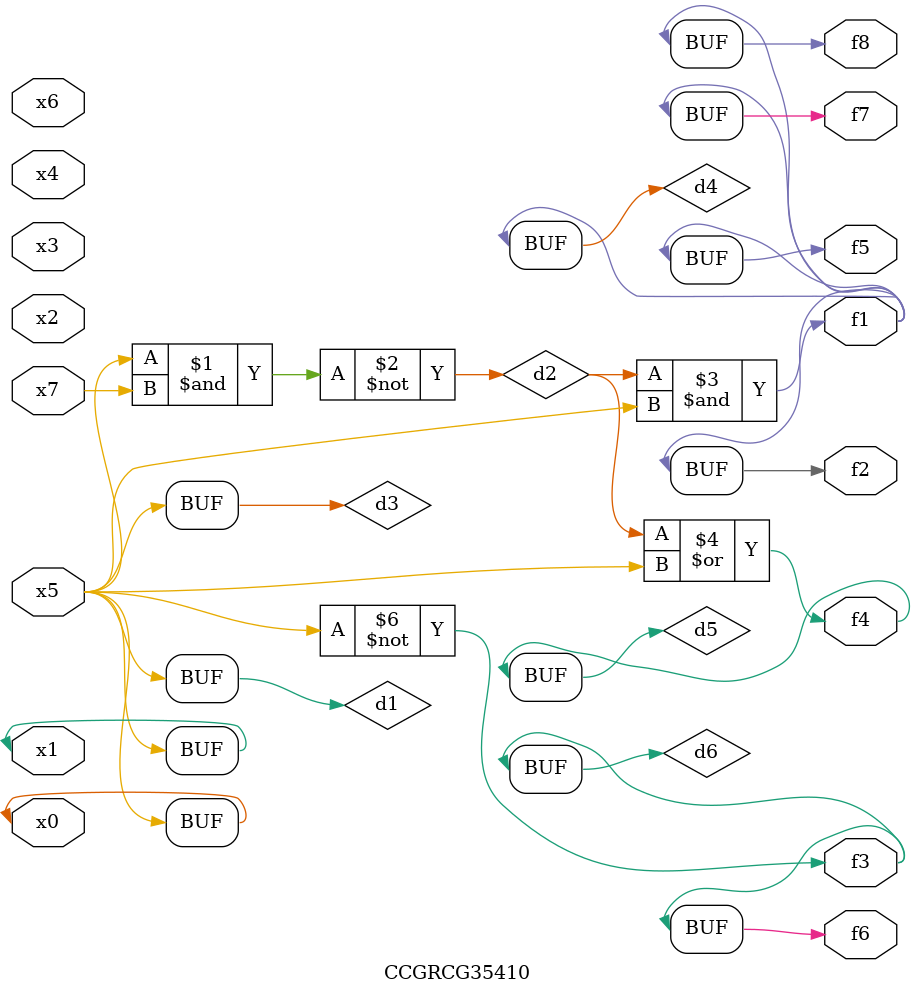
<source format=v>
module CCGRCG35410(
	input x0, x1, x2, x3, x4, x5, x6, x7,
	output f1, f2, f3, f4, f5, f6, f7, f8
);

	wire d1, d2, d3, d4, d5, d6;

	buf (d1, x0, x5);
	nand (d2, x5, x7);
	buf (d3, x0, x1);
	and (d4, d2, d3);
	or (d5, d2, d3);
	nor (d6, d1, d3);
	assign f1 = d4;
	assign f2 = d4;
	assign f3 = d6;
	assign f4 = d5;
	assign f5 = d4;
	assign f6 = d6;
	assign f7 = d4;
	assign f8 = d4;
endmodule

</source>
